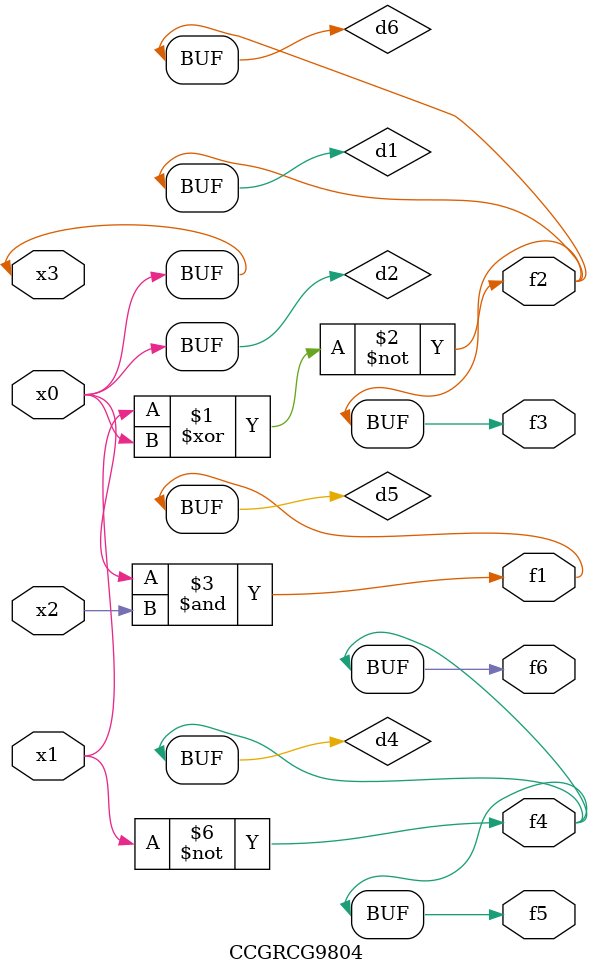
<source format=v>
module CCGRCG9804(
	input x0, x1, x2, x3,
	output f1, f2, f3, f4, f5, f6
);

	wire d1, d2, d3, d4, d5, d6;

	xnor (d1, x1, x3);
	buf (d2, x0, x3);
	nand (d3, x0, x2);
	not (d4, x1);
	nand (d5, d3);
	or (d6, d1);
	assign f1 = d5;
	assign f2 = d6;
	assign f3 = d6;
	assign f4 = d4;
	assign f5 = d4;
	assign f6 = d4;
endmodule

</source>
